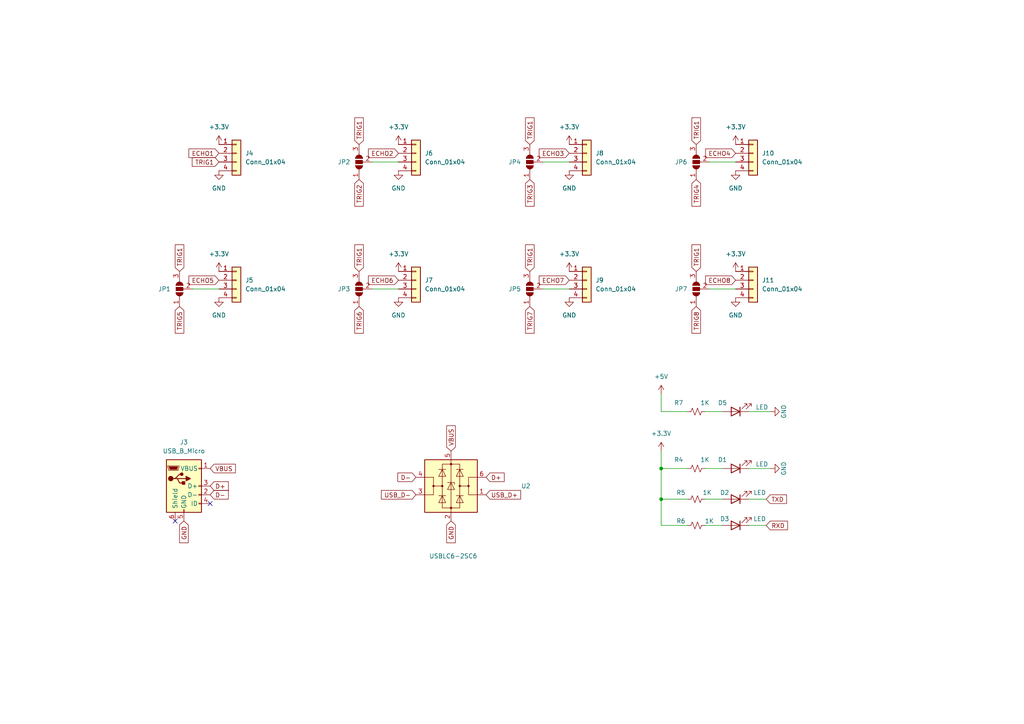
<source format=kicad_sch>
(kicad_sch (version 20230121) (generator eeschema)
  (paper "A4")
  (lib_symbols
    (symbol "Connector:USB_B_Micro" (pin_names (offset 1.016))
      (property "Reference" "J" (at -5.08 11.43 0))
      (property "Value" "USB_B_Micro" (at -5.08 8.89 0))
      (symbol "USB_B_Micro_0_1"
        (rectangle (start -5.08 -7.62) (end 5.08 7.62) (stroke (width 0.254)) (fill (type background)))
        (circle (center -3.81 2.159) (radius 0.635) (stroke (width 0.254)) (fill (type outline)))
        (circle (center -0.635 3.429) (radius 0.381) (stroke (width 0.254)) (fill (type outline)))
        (rectangle (start -0.127 -7.62) (end 0.127 -6.858))
        (polyline (pts (xy -1.905 2.159) (xy 0.635 2.159)) (stroke (width 0.254)))
        (polyline (pts (xy -3.175 2.159) (xy -2.54 2.159) (xy -1.27 3.429) (xy -0.635 3.429)) (stroke (width 0.254)))
        (polyline (pts (xy -2.54 2.159) (xy -1.905 2.159) (xy -1.27 0.889) (xy 0 0.889)) (stroke (width 0.254)))
        (polyline (pts (xy 0.635 2.794) (xy 0.635 1.524) (xy 1.905 2.159) (xy 0.635 2.794)) (stroke (width 0.254)) (fill (type outline)))
        (polyline (pts (xy -4.318 5.588) (xy -1.778 5.588) (xy -2.032 4.826) (xy -4.064 4.826) (xy -4.318 5.588)) (fill (type outline)))
        (polyline (pts (xy -4.699 5.842) (xy -4.699 5.588) (xy -4.445 4.826) (xy -4.445 4.572) (xy -1.651 4.572) (xy -1.651 4.826) (xy -1.397 5.588) (xy -1.397 5.842) (xy -4.699 5.842)))
        (rectangle (start 0.254 1.27) (end -0.508 0.508) (stroke (width 0.254)) (fill (type outline)))
        (rectangle (start 5.08 -5.207) (end 4.318 -4.953))
        (rectangle (start 5.08 -2.667) (end 4.318 -2.413))
        (rectangle (start 5.08 -0.127) (end 4.318 0.127))
        (rectangle (start 5.08 4.953) (end 4.318 5.207))
      )
      (symbol "USB_B_Micro_1_1"
        (pin power_out line (at 7.62 5.08 180) (length 2.54) (name "VBUS") (number "1"))
        (pin bidirectional line (at 7.62 -2.54 180) (length 2.54) (name "D-") (number "2"))
        (pin bidirectional line (at 7.62 0 180) (length 2.54) (name "D+") (number "3"))
        (pin passive line (at 7.62 -5.08 180) (length 2.54) (name "ID") (number "4"))
        (pin power_out line (at 0 -10.16 90) (length 2.54) (name "GND") (number "5"))
        (pin passive line (at -2.54 -10.16 90) (length 2.54) (name "Shield") (number "6"))
      )
    )
    (symbol "Connector_Generic:Conn_01x04" (pin_names (offset 1.016) hide)
      (property "Reference" "J" (at 0 5.08 0))
      (property "Value" "Conn_01x04" (at 0 -7.62 0))
      (symbol "Conn_01x04_1_1"
        (rectangle (start -1.27 -4.953) (end 0 -5.207) (stroke (width 0.1524)))
        (rectangle (start -1.27 -2.413) (end 0 -2.667) (stroke (width 0.1524)))
        (rectangle (start -1.27 0.127) (end 0 -0.127) (stroke (width 0.1524)))
        (rectangle (start -1.27 2.667) (end 0 2.413) (stroke (width 0.1524)))
        (rectangle (start -1.27 3.81) (end 1.27 -6.35) (stroke (width 0.254)) (fill (type background)))
        (pin passive line (at -5.08 2.54 0) (length 3.81) (name "Pin_1") (number "1"))
        (pin passive line (at -5.08 0 0) (length 3.81) (name "Pin_2") (number "2"))
        (pin passive line (at -5.08 -2.54 0) (length 3.81) (name "Pin_3") (number "3"))
        (pin passive line (at -5.08 -5.08 0) (length 3.81) (name "Pin_4") (number "4"))
      )
    )
    (symbol "Device:LED" (pin_numbers hide) (pin_names (offset 1.016) hide)
      (property "Reference" "D" (at 0 2.54 0))
      (property "Value" "LED" (at 0 -2.54 0))
      (symbol "LED_0_1"
        (polyline (pts (xy -1.27 -1.27) (xy -1.27 1.27)) (stroke (width 0.254)))
        (polyline (pts (xy -1.27 0) (xy 1.27 0)))
        (polyline (pts (xy 1.27 -1.27) (xy 1.27 1.27) (xy -1.27 0) (xy 1.27 -1.27)) (stroke (width 0.254)))
        (polyline (pts (xy -3.048 -0.762) (xy -4.572 -2.286) (xy -3.81 -2.286) (xy -4.572 -2.286) (xy -4.572 -1.524)))
        (polyline (pts (xy -1.778 -0.762) (xy -3.302 -2.286) (xy -2.54 -2.286) (xy -3.302 -2.286) (xy -3.302 -1.524)))
      )
      (symbol "LED_1_1"
        (pin passive line (at -3.81 0 0) (length 2.54) (name "K") (number "1"))
        (pin passive line (at 3.81 0 180) (length 2.54) (name "A") (number "2"))
      )
    )
    (symbol "Device:R_Small_US" (pin_numbers hide) (pin_names (offset 0.254) hide)
      (property "Reference" "R" (at 0.762 0.508 0))
      (property "Value" "R_Small_US" (at 0.762 -1.016 0))
      (symbol "R_Small_US_1_1"
        (polyline (pts (xy 0 0) (xy 1.016 -0.381) (xy 0 -0.762) (xy -1.016 -1.143) (xy 0 -1.524)))
        (polyline (pts (xy 0 1.524) (xy 1.016 1.143) (xy 0 0.762) (xy -1.016 0.381) (xy 0 0)))
        (pin passive line (at 0 2.54 270) (length 1.016) (name "~") (number "1"))
        (pin passive line (at 0 -2.54 90) (length 1.016) (name "~") (number "2"))
      )
    )
    (symbol "Jumper:SolderJumper_3_Open" (pin_names (offset 0) hide)
      (property "Reference" "JP" (at -2.54 -2.54 0))
      (property "Value" "SolderJumper_3_Open" (at 0 2.794 0))
      (symbol "SolderJumper_3_Open_0_1"
        (arc (start -1.016 1.016) (mid -2.0276 0) (end -1.016 -1.016))
        (arc (start -1.016 1.016) (mid -2.0276 0) (end -1.016 -1.016) (fill (type outline)))
        (rectangle (start -0.508 1.016) (end 0.508 -1.016) (fill (type outline)))
        (polyline (pts (xy -2.54 0) (xy -2.032 0)))
        (polyline (pts (xy -1.016 1.016) (xy -1.016 -1.016)))
        (polyline (pts (xy 0 -1.27) (xy 0 -1.016)))
        (polyline (pts (xy 1.016 1.016) (xy 1.016 -1.016)))
        (polyline (pts (xy 2.54 0) (xy 2.032 0)))
        (arc (start 1.016 -1.016) (mid 2.0276 0) (end 1.016 1.016))
        (arc (start 1.016 -1.016) (mid 2.0276 0) (end 1.016 1.016) (fill (type outline)))
      )
      (symbol "SolderJumper_3_Open_1_1"
        (pin passive line (at -5.08 0 0) (length 2.54) (name "A") (number "1"))
        (pin passive line (at 0 -3.81 90) (length 2.54) (name "C") (number "2"))
        (pin passive line (at 5.08 0 180) (length 2.54) (name "B") (number "3"))
      )
    )
    (symbol "Power_Protection:USBLC6-2SC6" (pin_names hide)
      (property "Reference" "U" (at 2.54 8.89 0))
      (property "Value" "USBLC6-2SC6" (at 2.54 -8.89 0))
      (symbol "USBLC6-2SC6_0_1"
        (rectangle (start -7.62 -7.62) (end 7.62 7.62) (stroke (width 0.254)) (fill (type background)))
        (circle (center -5.08 0) (radius 0.254) (fill (type outline)))
        (circle (center -2.54 0) (radius 0.254) (fill (type outline)))
        (rectangle (start -2.54 6.35) (end 2.54 -6.35))
        (circle (center 0 -6.35) (radius 0.254) (fill (type outline)))
        (polyline (pts (xy -5.08 -2.54) (xy -7.62 -2.54)))
        (polyline (pts (xy -5.08 0) (xy -5.08 -2.54)))
        (polyline (pts (xy -5.08 2.54) (xy -7.62 2.54)))
        (polyline (pts (xy -1.524 -2.794) (xy -3.556 -2.794)))
        (polyline (pts (xy -1.524 4.826) (xy -3.556 4.826)))
        (polyline (pts (xy 0 -7.62) (xy 0 -6.35)))
        (polyline (pts (xy 0 -6.35) (xy 0 1.27)))
        (polyline (pts (xy 0 1.27) (xy 0 6.35)))
        (polyline (pts (xy 0 6.35) (xy 0 7.62)))
        (polyline (pts (xy 1.524 -2.794) (xy 3.556 -2.794)))
        (polyline (pts (xy 1.524 4.826) (xy 3.556 4.826)))
        (polyline (pts (xy 5.08 -2.54) (xy 7.62 -2.54)))
        (polyline (pts (xy 5.08 0) (xy 5.08 -2.54)))
        (polyline (pts (xy 5.08 2.54) (xy 7.62 2.54)))
        (polyline (pts (xy -2.54 0) (xy -5.08 0) (xy -5.08 2.54)))
        (polyline (pts (xy 2.54 0) (xy 5.08 0) (xy 5.08 2.54)))
        (polyline (pts (xy -3.556 -4.826) (xy -1.524 -4.826) (xy -2.54 -2.794) (xy -3.556 -4.826)))
        (polyline (pts (xy -3.556 2.794) (xy -1.524 2.794) (xy -2.54 4.826) (xy -3.556 2.794)))
        (polyline (pts (xy -1.016 -1.016) (xy 1.016 -1.016) (xy 0 1.016) (xy -1.016 -1.016)))
        (polyline (pts (xy 1.016 1.016) (xy 0.762 1.016) (xy -1.016 1.016) (xy -1.016 0.508)))
        (polyline (pts (xy 3.556 -4.826) (xy 1.524 -4.826) (xy 2.54 -2.794) (xy 3.556 -4.826)))
        (polyline (pts (xy 3.556 2.794) (xy 1.524 2.794) (xy 2.54 4.826) (xy 3.556 2.794)))
        (circle (center 0 6.35) (radius 0.254) (fill (type outline)))
        (circle (center 2.54 0) (radius 0.254) (fill (type outline)))
        (circle (center 5.08 0) (radius 0.254) (fill (type outline)))
      )
      (symbol "USBLC6-2SC6_1_1"
        (pin passive line (at -10.16 -2.54 0) (length 2.54) (name "I/O1") (number "1"))
        (pin passive line (at 0 -10.16 90) (length 2.54) (name "GND") (number "2"))
        (pin passive line (at 10.16 -2.54 180) (length 2.54) (name "I/O2") (number "3"))
        (pin passive line (at 10.16 2.54 180) (length 2.54) (name "I/O2") (number "4"))
        (pin passive line (at 0 10.16 270) (length 2.54) (name "VBUS") (number "5"))
        (pin passive line (at -10.16 2.54 0) (length 2.54) (name "I/O1") (number "6"))
      )
    )
    (symbol "power:+3.3V" (power) (pin_names (offset 0))
      (property "Value" "+3.3V" (at 0 3.556 0))
      (symbol "+3.3V_0_1"
        (polyline (pts (xy -0.762 1.27) (xy 0 2.54)))
        (polyline (pts (xy 0 0) (xy 0 2.54)))
        (polyline (pts (xy 0 2.54) (xy 0.762 1.27)))
      )
      (symbol "+3.3V_1_1"
        (pin power_in line (at 0 0 90) (length 0) hide (name "+3.3V") (number "1"))
      )
    )
    (symbol "power:+5V" (power) (pin_names (offset 0))
      (property "Value" "+5V" (at 0 3.556 0))
      (symbol "+5V_0_1"
        (polyline (pts (xy -0.762 1.27) (xy 0 2.54)))
        (polyline (pts (xy 0 0) (xy 0 2.54)))
        (polyline (pts (xy 0 2.54) (xy 0.762 1.27)))
      )
      (symbol "+5V_1_1"
        (pin power_in line (at 0 0 90) (length 0) hide (name "+5V") (number "1"))
      )
    )
    (symbol "power:GND" (power) (pin_names (offset 0))
      (property "Value" "GND" (at 0 -3.81 0))
      (symbol "GND_0_1"
        (polyline (pts (xy 0 0) (xy 0 -1.27) (xy 1.27 -1.27) (xy 0 -2.54) (xy -1.27 -1.27) (xy 0 -1.27)))
      )
      (symbol "GND_1_1"
        (pin power_in line (at 0 0 270) (length 0) hide (name "GND") (number "1"))
      )
    )
  )
  (junction (at 191.77 144.78))
  (junction (at 191.77 135.89))
  (no_connect (at 60.96 146.05))
  (no_connect (at 50.8 151.13))
  (wire (pts (xy 191.77 144.78) (xy 191.77 135.89)))
  (wire (pts (xy 217.17 119.38) (xy 223.52 119.38)))
  (wire (pts (xy 107.95 83.82) (xy 115.57 83.82)))
  (wire (pts (xy 217.17 144.78) (xy 222.25 144.78)))
  (wire (pts (xy 107.95 46.99) (xy 115.57 46.99)))
  (wire (pts (xy 204.47 144.78) (xy 209.55 144.78)))
  (wire (pts (xy 191.77 130.81) (xy 191.77 135.89)))
  (wire (pts (xy 191.77 135.89) (xy 199.39 135.89)))
  (wire (pts (xy 157.48 83.82) (xy 165.1 83.82)))
  (wire (pts (xy 191.77 152.4) (xy 199.39 152.4)))
  (wire (pts (xy 204.47 152.4) (xy 209.55 152.4)))
  (wire (pts (xy 205.74 46.99) (xy 213.36 46.99)))
  (wire (pts (xy 55.88 83.82) (xy 63.5 83.82)))
  (wire (pts (xy 191.77 144.78) (xy 191.77 152.4)))
  (wire (pts (xy 204.47 135.89) (xy 209.55 135.89)))
  (wire (pts (xy 191.77 119.38) (xy 199.39 119.38)))
  (wire (pts (xy 157.48 46.99) (xy 165.1 46.99)))
  (wire (pts (xy 191.77 114.3) (xy 191.77 119.38)))
  (wire (pts (xy 205.74 83.82) (xy 213.36 83.82)))
  (wire (pts (xy 191.77 144.78) (xy 199.39 144.78)))
  (wire (pts (xy 204.47 119.38) (xy 209.55 119.38)))
  (wire (pts (xy 217.17 135.89) (xy 223.52 135.89)))
  (wire (pts (xy 217.17 152.4) (xy 222.25 152.4)))
  (global_label "TRIG5" (shape input) (at 52.07 88.9 270) (property "Intersheetrefs" "${INTERSHEET_REFS}" (effects hide)))
  (global_label "GND" (shape input) (at 53.34 151.13 270) (property "Intersheetrefs" "${INTERSHEET_REFS}" (effects hide)))
  (global_label "TRIG4" (shape input) (at 201.93 52.07 270) (property "Intersheetrefs" "${INTERSHEET_REFS}" (effects hide)))
  (global_label "TRIG1" (shape input) (at 153.67 41.91 90) (property "Intersheetrefs" "${INTERSHEET_REFS}" (effects hide)))
  (global_label "TRIG1" (shape input) (at 52.07 78.74 90) (property "Intersheetrefs" "${INTERSHEET_REFS}" (effects hide)))
  (global_label "TRIG8" (shape input) (at 201.93 88.9 270) (property "Intersheetrefs" "${INTERSHEET_REFS}" (effects hide)))
  (global_label "TXD" (shape input) (at 222.25 144.78 0) (property "Intersheetrefs" "${INTERSHEET_REFS}" (effects hide)))
  (global_label "TRIG1" (shape input) (at 104.14 41.91 90) (property "Intersheetrefs" "${INTERSHEET_REFS}" (effects hide)))
  (global_label "ECHO1" (shape input) (at 63.5 44.45 180) (property "Intersheetrefs" "${INTERSHEET_REFS}" (effects hide)))
  (global_label "TRIG6" (shape input) (at 104.14 88.9 270) (property "Intersheetrefs" "${INTERSHEET_REFS}" (effects hide)))
  (global_label "ECHO8" (shape input) (at 213.36 81.28 180) (property "Intersheetrefs" "${INTERSHEET_REFS}" (effects hide)))
  (global_label "TRIG1" (shape input) (at 63.5 46.99 180) (property "Intersheetrefs" "${INTERSHEET_REFS}" (effects hide)))
  (global_label "D-" (shape input) (at 120.65 138.43 180) (property "Intersheetrefs" "${INTERSHEET_REFS}" (effects hide)))
  (global_label "VBUS" (shape input) (at 60.96 135.89 0) (property "Intersheetrefs" "${INTERSHEET_REFS}" (effects hide)))
  (global_label "TRIG3" (shape input) (at 153.67 52.07 270) (property "Intersheetrefs" "${INTERSHEET_REFS}" (effects hide)))
  (global_label "TRIG1" (shape input) (at 201.93 78.74 90) (property "Intersheetrefs" "${INTERSHEET_REFS}" (effects hide)))
  (global_label "TRIG1" (shape input) (at 104.14 78.74 90) (property "Intersheetrefs" "${INTERSHEET_REFS}" (effects hide)))
  (global_label "USB_D+" (shape input) (at 140.97 143.51 0) (property "Intersheetrefs" "${INTERSHEET_REFS}" (effects hide)))
  (global_label "ECHO7" (shape input) (at 165.1 81.28 180) (property "Intersheetrefs" "${INTERSHEET_REFS}" (effects hide)))
  (global_label "TRIG1" (shape input) (at 153.67 78.74 90) (property "Intersheetrefs" "${INTERSHEET_REFS}" (effects hide)))
  (global_label "ECHO3" (shape input) (at 165.1 44.45 180) (property "Intersheetrefs" "${INTERSHEET_REFS}" (effects hide)))
  (global_label "ECHO4" (shape input) (at 213.36 44.45 180) (property "Intersheetrefs" "${INTERSHEET_REFS}" (effects hide)))
  (global_label "D+" (shape input) (at 140.97 138.43 0) (property "Intersheetrefs" "${INTERSHEET_REFS}" (effects hide)))
  (global_label "D+" (shape input) (at 60.96 140.97 0) (property "Intersheetrefs" "${INTERSHEET_REFS}" (effects hide)))
  (global_label "TRIG1" (shape input) (at 201.93 41.91 90) (property "Intersheetrefs" "${INTERSHEET_REFS}" (effects hide)))
  (global_label "D-" (shape input) (at 60.96 143.51 0) (property "Intersheetrefs" "${INTERSHEET_REFS}" (effects hide)))
  (global_label "TRIG2" (shape input) (at 104.14 52.07 270) (property "Intersheetrefs" "${INTERSHEET_REFS}" (effects hide)))
  (global_label "GND" (shape input) (at 130.81 151.13 270) (property "Intersheetrefs" "${INTERSHEET_REFS}" (effects hide)))
  (global_label "VBUS" (shape input) (at 130.81 130.81 90) (property "Intersheetrefs" "${INTERSHEET_REFS}" (effects hide)))
  (global_label "ECHO2" (shape input) (at 115.57 44.45 180) (property "Intersheetrefs" "${INTERSHEET_REFS}" (effects hide)))
  (global_label "ECHO5" (shape input) (at 63.5 81.28 180) (property "Intersheetrefs" "${INTERSHEET_REFS}" (effects hide)))
  (global_label "TRIG7" (shape input) (at 153.67 88.9 270) (property "Intersheetrefs" "${INTERSHEET_REFS}" (effects hide)))
  (global_label "ECHO6" (shape input) (at 115.57 81.28 180) (property "Intersheetrefs" "${INTERSHEET_REFS}" (effects hide)))
  (global_label "RXD" (shape input) (at 222.25 152.4 0) (property "Intersheetrefs" "${INTERSHEET_REFS}" (effects hide)))
  (global_label "USB_D-" (shape input) (at 120.65 143.51 180) (property "Intersheetrefs" "${INTERSHEET_REFS}" (effects hide)))
  (symbol (lib_id "Device:LED") (at 213.36 135.89 180) (unit 1)
    (property "Reference" "D1" (at 209.55 133.35 0))
    (property "Value" "LED" (at 220.98 134.62 0))
    (property "Footprint" "LED_SMD:LED_0603_1608Metric" (effects hide))
  )
  (symbol (lib_id "power:+3.3V") (at 213.36 78.74 0) (unit 1)
    (property "Reference" "#PWR025" (effects hide))
    (property "Value" "+3.3V" (at 213.36 73.66 0))
  )
  (symbol (lib_id "Device:LED") (at 213.36 152.4 180) (unit 1)
    (property "Reference" "D3" (at 210.185 150.495 0))
    (property "Value" "LED" (at 220.345 150.495 0))
    (property "Footprint" "LED_SMD:LED_0603_1608Metric" (effects hide))
  )
  (symbol (lib_id "power:+3.3V") (at 115.57 78.74 0) (unit 1)
    (property "Reference" "#PWR016" (effects hide))
    (property "Value" "+3.3V" (at 115.57 73.66 0))
  )
  (symbol (lib_id "Device:R_Small_US") (at 201.93 135.89 90) (unit 1)
    (property "Reference" "R4" (at 196.85 133.35 90))
    (property "Value" "1K" (at 204.47 133.35 90))
    (property "Footprint" "Resistor_SMD:R_0603_1608Metric" (effects hide))
  )
  (symbol (lib_id "Connector_Generic:Conn_01x04") (at 120.65 44.45 0) (unit 1)
    (property "Reference" "J6" (at 123.19 44.4499 0) (effects (justify left)))
    (property "Value" "Conn_01x04" (at 123.19 46.9899 0) (effects (justify left)))
    (property "Footprint" "Connector_JST:JST_PH_B4B-PH-K_1x04_P2.00mm_Vertical" (effects hide))
  )
  (symbol (lib_id "power:GND") (at 223.52 119.38 90) (unit 1)
    (property "Reference" "#PWR032" (effects hide))
    (property "Value" "GND" (at 227.33 119.38 0))
  )
  (symbol (lib_id "Device:LED") (at 213.36 144.78 180) (unit 1)
    (property "Reference" "D2" (at 210.185 142.875 0))
    (property "Value" "LED" (at 220.345 142.875 0))
    (property "Footprint" "LED_SMD:LED_0603_1608Metric" (effects hide))
  )
  (symbol (lib_id "Connector_Generic:Conn_01x04") (at 120.65 81.28 0) (unit 1)
    (property "Reference" "J7" (at 123.19 81.2799 0) (effects (justify left)))
    (property "Value" "Conn_01x04" (at 123.19 83.8199 0) (effects (justify left)))
    (property "Footprint" "Connector_JST:JST_PH_B4B-PH-K_1x04_P2.00mm_Vertical" (effects hide))
  )
  (symbol (lib_id "power:GND") (at 223.52 135.89 90) (unit 1)
    (property "Reference" "#PWR027" (effects hide))
    (property "Value" "GND" (at 227.33 135.89 0))
  )
  (symbol (lib_id "power:+3.3V") (at 63.5 78.74 0) (unit 1)
    (property "Reference" "#PWR012" (effects hide))
    (property "Value" "+3.3V" (at 63.5 73.66 0))
  )
  (symbol (lib_id "Device:R_Small_US") (at 201.93 152.4 90) (unit 1)
    (property "Reference" "R6" (at 197.485 151.13 90))
    (property "Value" "1K" (at 205.74 151.13 90))
    (property "Footprint" "Resistor_SMD:R_0603_1608Metric" (effects hide))
  )
  (symbol (lib_id "Jumper:SolderJumper_3_Open") (at 201.93 46.99 90) (unit 1)
    (property "Reference" "JP6" (at 199.39 46.9899 90) (effects (justify left)))
    (property "Value" "SolderJumper_3_Open" (effects hide))
    (property "Footprint" "Jumper:SolderJumper-3_P1.3mm_Open_Pad1.0x1.5mm" (effects hide))
  )
  (symbol (lib_id "power:GND") (at 63.5 86.36 0) (unit 1)
    (property "Reference" "#PWR013" (effects hide))
    (property "Value" "GND" (at 63.5 91.44 0))
  )
  (symbol (lib_id "Jumper:SolderJumper_3_Open") (at 104.14 46.99 90) (unit 1)
    (property "Reference" "JP2" (at 101.6 46.9899 90) (effects (justify left)))
    (property "Value" "SolderJumper_3_Open" (effects hide))
    (property "Footprint" "Jumper:SolderJumper-3_P1.3mm_Open_Pad1.0x1.5mm" (effects hide))
  )
  (symbol (lib_id "power:+3.3V") (at 165.1 41.91 0) (unit 1)
    (property "Reference" "#PWR018" (effects hide))
    (property "Value" "+3.3V" (at 165.1 36.83 0))
  )
  (symbol (lib_id "Jumper:SolderJumper_3_Open") (at 104.14 83.82 90) (unit 1)
    (property "Reference" "JP3" (at 101.6 83.8199 90) (effects (justify left)))
    (property "Value" "SolderJumper_3_Open" (effects hide))
    (property "Footprint" "Jumper:SolderJumper-3_P1.3mm_Open_Pad1.0x1.5mm" (effects hide))
  )
  (symbol (lib_id "power:+3.3V") (at 115.57 41.91 0) (unit 1)
    (property "Reference" "#PWR014" (effects hide))
    (property "Value" "+3.3V" (at 115.57 36.83 0))
  )
  (symbol (lib_id "power:GND") (at 165.1 86.36 0) (unit 1)
    (property "Reference" "#PWR021" (effects hide))
    (property "Value" "GND" (at 165.1 91.44 0))
  )
  (symbol (lib_id "Connector_Generic:Conn_01x04") (at 68.58 44.45 0) (unit 1)
    (property "Reference" "J4" (at 71.12 44.4499 0) (effects (justify left)))
    (property "Value" "Conn_01x04" (at 71.12 46.9899 0) (effects (justify left)))
    (property "Footprint" "Connector_JST:JST_PH_B4B-PH-K_1x04_P2.00mm_Vertical" (effects hide))
  )
  (symbol (lib_id "power:+3.3V") (at 63.5 41.91 0) (unit 1)
    (property "Reference" "#PWR010" (effects hide))
    (property "Value" "+3.3V" (at 63.5 36.83 0))
  )
  (symbol (lib_id "Connector_Generic:Conn_01x04") (at 218.44 44.45 0) (unit 1)
    (property "Reference" "J10" (at 220.98 44.4499 0) (effects (justify left)))
    (property "Value" "Conn_01x04" (at 220.98 46.9899 0) (effects (justify left)))
    (property "Footprint" "Connector_JST:JST_PH_B4B-PH-K_1x04_P2.00mm_Vertical" (effects hide))
  )
  (symbol (lib_id "power:GND") (at 213.36 49.53 0) (unit 1)
    (property "Reference" "#PWR024" (effects hide))
    (property "Value" "GND" (at 213.36 54.61 0))
  )
  (symbol (lib_id "Device:R_Small_US") (at 201.93 144.78 90) (unit 1)
    (property "Reference" "R5" (at 197.485 142.875 90))
    (property "Value" "1K" (at 205.105 142.875 90))
    (property "Footprint" "Resistor_SMD:R_0603_1608Metric" (effects hide))
  )
  (symbol (lib_id "Connector_Generic:Conn_01x04") (at 218.44 81.28 0) (unit 1)
    (property "Reference" "J11" (at 220.98 81.2799 0) (effects (justify left)))
    (property "Value" "Conn_01x04" (at 220.98 83.8199 0) (effects (justify left)))
    (property "Footprint" "Connector_JST:JST_PH_B4B-PH-K_1x04_P2.00mm_Vertical" (effects hide))
  )
  (symbol (lib_id "Power_Protection:USBLC6-2SC6") (at 130.81 140.97 0) (mirror y) (unit 1)
    (property "Reference" "U2" (at 151.13 140.97 0) (effects (justify right)))
    (property "Value" "USBLC6-2SC6" (at 124.46 161.29 0) (effects (justify right)))
    (property "Footprint" "Package_TO_SOT_SMD:SOT-23-6" (effects hide))
    (property "Datasheet" "https://www.st.com/resource/en/datasheet/usblc6-2.pdf" (effects hide))
  )
  (symbol (lib_id "Device:LED") (at 213.36 119.38 180) (unit 1)
    (property "Reference" "D5" (at 209.55 116.84 0))
    (property "Value" "LED" (at 220.98 118.11 0))
    (property "Footprint" "LED_SMD:LED_0603_1608Metric" (effects hide))
  )
  (symbol (lib_id "power:+5V") (at 191.77 114.3 0) (unit 1)
    (property "Reference" "#PWR031" (effects hide))
    (property "Value" "+5V" (at 191.77 109.22 0))
  )
  (symbol (lib_id "power:GND") (at 165.1 49.53 0) (unit 1)
    (property "Reference" "#PWR019" (effects hide))
    (property "Value" "GND" (at 165.1 54.61 0))
  )
  (symbol (lib_id "power:GND") (at 115.57 49.53 0) (unit 1)
    (property "Reference" "#PWR015" (effects hide))
    (property "Value" "GND" (at 115.57 54.61 0))
  )
  (symbol (lib_id "power:+3.3V") (at 191.77 130.81 0) (unit 1)
    (property "Reference" "#PWR022" (effects hide))
    (property "Value" "+3.3V" (at 191.77 125.73 0))
  )
  (symbol (lib_id "power:GND") (at 213.36 86.36 0) (unit 1)
    (property "Reference" "#PWR026" (effects hide))
    (property "Value" "GND" (at 213.36 91.44 0))
  )
  (symbol (lib_id "Jumper:SolderJumper_3_Open") (at 153.67 83.82 90) (unit 1)
    (property "Reference" "JP5" (at 151.13 83.8199 90) (effects (justify left)))
    (property "Value" "SolderJumper_3_Open" (effects hide))
    (property "Footprint" "Jumper:SolderJumper-3_P1.3mm_Open_Pad1.0x1.5mm" (effects hide))
  )
  (symbol (lib_id "Connector:USB_B_Micro") (at 53.34 140.97 0) (unit 1)
    (property "Reference" "J3" (at 53.34 128.27 0))
    (property "Value" "USB_B_Micro" (at 53.34 130.81 0))
    (property "Footprint" "Connector_USB:USB_Micro-B_Wuerth_614105150721_Vertical" (effects hide))
  )
  (symbol (lib_id "Connector_Generic:Conn_01x04") (at 170.18 44.45 0) (unit 1)
    (property "Reference" "J8" (at 172.72 44.4499 0) (effects (justify left)))
    (property "Value" "Conn_01x04" (at 172.72 46.9899 0) (effects (justify left)))
    (property "Footprint" "Connector_JST:JST_PH_B4B-PH-K_1x04_P2.00mm_Vertical" (effects hide))
  )
  (symbol (lib_id "Jumper:SolderJumper_3_Open") (at 201.93 83.82 90) (unit 1)
    (property "Reference" "JP7" (at 199.39 83.8199 90) (effects (justify left)))
    (property "Value" "SolderJumper_3_Open" (effects hide))
    (property "Footprint" "Jumper:SolderJumper-3_P1.3mm_Open_Pad1.0x1.5mm" (effects hide))
  )
  (symbol (lib_id "Device:R_Small_US") (at 201.93 119.38 90) (unit 1)
    (property "Reference" "R7" (at 196.85 116.84 90))
    (property "Value" "1K" (at 204.47 116.84 90))
    (property "Footprint" "Resistor_SMD:R_0603_1608Metric" (effects hide))
  )
  (symbol (lib_id "power:+3.3V") (at 213.36 41.91 0) (unit 1)
    (property "Reference" "#PWR023" (effects hide))
    (property "Value" "+3.3V" (at 213.36 36.83 0))
  )
  (symbol (lib_id "Jumper:SolderJumper_3_Open") (at 52.07 83.82 90) (unit 1)
    (property "Reference" "JP1" (at 49.53 83.8199 90) (effects (justify left)))
    (property "Value" "SolderJumper_3_Open" (effects hide))
    (property "Footprint" "Jumper:SolderJumper-3_P1.3mm_Open_Pad1.0x1.5mm" (effects hide))
  )
  (symbol (lib_id "power:+3.3V") (at 165.1 78.74 0) (unit 1)
    (property "Reference" "#PWR020" (effects hide))
    (property "Value" "+3.3V" (at 165.1 73.66 0))
  )
  (symbol (lib_id "Jumper:SolderJumper_3_Open") (at 153.67 46.99 90) (unit 1)
    (property "Reference" "JP4" (at 151.13 46.9899 90) (effects (justify left)))
    (property "Value" "SolderJumper_3_Open" (effects hide))
    (property "Footprint" "Jumper:SolderJumper-3_P1.3mm_Open_Pad1.0x1.5mm" (effects hide))
  )
  (symbol (lib_id "Connector_Generic:Conn_01x04") (at 170.18 81.28 0) (unit 1)
    (property "Reference" "J9" (at 172.72 81.2799 0) (effects (justify left)))
    (property "Value" "Conn_01x04" (at 172.72 83.8199 0) (effects (justify left)))
    (property "Footprint" "Connector_JST:JST_PH_B4B-PH-K_1x04_P2.00mm_Vertical" (effects hide))
  )
  (symbol (lib_id "Connector_Generic:Conn_01x04") (at 68.58 81.28 0) (unit 1)
    (property "Reference" "J5" (at 71.12 81.2799 0) (effects (justify left)))
    (property "Value" "Conn_01x04" (at 71.12 83.8199 0) (effects (justify left)))
    (property "Footprint" "Connector_JST:JST_PH_B4B-PH-K_1x04_P2.00mm_Vertical" (effects hide))
  )
  (symbol (lib_id "power:GND") (at 115.57 86.36 0) (unit 1)
    (property "Reference" "#PWR017" (effects hide))
    (property "Value" "GND" (at 115.57 91.44 0))
  )
  (symbol (lib_id "power:GND") (at 63.5 49.53 0) (unit 1)
    (property "Reference" "#PWR011" (effects hide))
    (property "Value" "GND" (at 63.5 54.61 0))
  )
)
</source>
